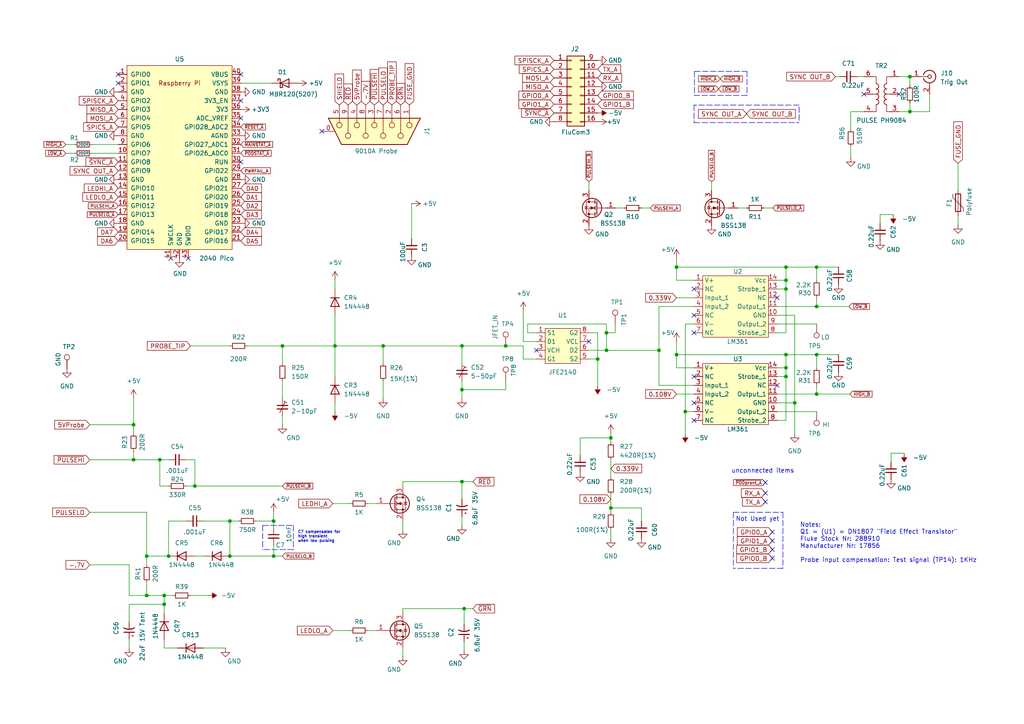
<source format=kicad_sch>
(kicad_sch (version 20211123) (generator eeschema)
  (paper "A4")
  (title_block (title "FluCom Probe Addon Board") (date "2022-05-28") (rev "Public 1.0") (company "Novintic") (comment 3 "mirko (NOVINTIC)"))
  (junction (at 227.965 83.82))
  (junction (at 133.985 113.03))
  (junction (at 133.985 139.7))
  (junction (at 38.735 133.35))
  (junction (at 47.625 175.26))
  (junction (at 196.215 77.47))
  (junction (at 263.906 32.385))
  (junction (at 173.355 104.14))
  (junction (at 227.965 81.28))
  (junction (at 111.125 100.33))
  (junction (at 175.895 101.6))
  (junction (at 227.965 109.22))
  (junction (at 227.965 77.47))
  (junction (at 230.505 116.84))
  (junction (at 146.685 100.33))
  (junction (at 79.375 151.13))
  (junction (at 47.625 172.72))
  (junction (at 236.855 88.9))
  (junction (at 236.855 77.47))
  (junction (at 42.545 172.72))
  (junction (at 175.895 96.52))
  (junction (at 198.755 119.38))
  (junction (at 97.155 100.33))
  (junction (at 81.915 100.33))
  (junction (at 191.135 101.6))
  (junction (at 133.985 100.33))
  (junction (at 236.855 102.87))
  (junction (at 227.965 106.68))
  (junction (at 46.355 133.35))
  (junction (at 48.895 161.29))
  (junction (at 177.165 147.32))
  (junction (at 177.165 127))
  (junction (at 134.62 176.53))
  (junction (at 227.965 102.87))
  (junction (at 196.215 102.87))
  (junction (at 236.855 114.3))
  (junction (at 263.906 22.225))
  (junction (at 56.515 140.97))
  (junction (at 66.675 161.29))
  (junction (at 42.545 161.29))
  (junction (at 79.375 161.29))
  (junction (at 38.735 123.19))
  (junction (at 66.675 151.13))
  (no_connect (at 224.028 161.925))
  (no_connect (at 224.028 159.385))
  (no_connect (at 224.028 154.305))
  (no_connect (at 224.028 156.845))
  (no_connect (at 201.295 91.44))
  (no_connect (at 201.295 116.84))
  (no_connect (at 221.996 145.542))
  (no_connect (at 221.996 143.002))
  (no_connect (at 201.295 121.92))
  (no_connect (at 221.996 139.954))
  (no_connect (at 170.815 99.06))
  (no_connect (at 155.575 101.6))
  (no_connect (at 93.345 38.1))
  (no_connect (at 201.295 109.22))
  (no_connect (at 201.295 83.82))
  (no_connect (at 225.425 86.36))
  (no_connect (at 69.85 21.59))
  (no_connect (at 69.85 34.29))
  (no_connect (at 69.85 29.21))
  (no_connect (at 69.85 46.99))
  (no_connect (at 49.53 74.93))
  (no_connect (at 54.61 74.93))
  (no_connect (at 201.295 96.52))
  (no_connect (at 225.425 111.76))
  (no_connect (at 34.29 21.59))
  (no_connect (at 34.29 24.13))
  (no_connect (at 260.731 27.305))
  (no_connect (at 250.571 27.305))
  (wire (pts (xy 236.855 86.36) (xy 236.855 88.9)))
  (wire (pts (xy 134.62 176.53) (xy 137.16 176.53)))
  (wire (pts (xy 81.915 110.49) (xy 81.915 115.57)))
  (wire (pts (xy 26.67 41.91) (xy 34.29 41.91)))
  (wire (pts (xy 225.425 83.82) (xy 227.965 83.82)))
  (wire (pts (xy 168.275 127) (xy 177.165 127)))
  (wire (pts (xy 236.855 77.47) (xy 236.855 81.28)))
  (wire (pts (xy 277.876 54.991) (xy 277.876 47.371)))
  (wire (pts (xy 42.545 161.29) (xy 42.545 163.83)))
  (wire (pts (xy 178.435 93.98) (xy 178.435 96.52)))
  (wire (pts (xy 177.165 125.73) (xy 177.165 127)))
  (polyline (pts (xy 216.662 20.701) (xy 216.662 27.686)))
  (wire (pts (xy 56.515 161.29) (xy 59.055 161.29)))
  (wire (pts (xy 153.035 93.98) (xy 153.035 96.52)))
  (wire (pts (xy 213.995 60.325) (xy 216.535 60.325)))
  (wire (pts (xy 96.52 146.05) (xy 101.6 146.05)))
  (wire (pts (xy 51.435 187.96) (xy 47.625 187.96)))
  (wire (pts (xy 133.985 139.7) (xy 137.16 139.7)))
  (wire (pts (xy 206.375 52.705) (xy 206.375 55.245)))
  (wire (pts (xy 255.27 62.23) (xy 259.08 62.23)))
  (wire (pts (xy 97.155 100.33) (xy 97.155 109.22)))
  (wire (pts (xy 47.625 172.72) (xy 47.625 175.26)))
  (wire (pts (xy 116.84 139.7) (xy 133.985 139.7)))
  (wire (pts (xy 227.965 109.22) (xy 225.425 109.22)))
  (wire (pts (xy 248.666 22.225) (xy 250.571 22.225)))
  (wire (pts (xy 168.275 127) (xy 168.275 132.08)))
  (wire (pts (xy 177.165 147.32) (xy 186.055 147.32)))
  (wire (pts (xy 42.545 168.91) (xy 42.545 172.72)))
  (wire (pts (xy 47.625 187.96) (xy 47.625 185.42)))
  (wire (pts (xy 236.855 102.87) (xy 236.855 106.68)))
  (wire (pts (xy 133.985 100.33) (xy 133.985 105.41)))
  (wire (pts (xy 47.625 172.72) (xy 50.165 172.72)))
  (wire (pts (xy 155.575 99.06) (xy 151.765 99.06)))
  (wire (pts (xy 133.985 113.03) (xy 133.985 115.57)))
  (wire (pts (xy 66.675 151.13) (xy 69.215 151.13)))
  (wire (pts (xy 175.895 93.98) (xy 175.895 96.52)))
  (wire (pts (xy 227.965 102.87) (xy 236.855 102.87)))
  (wire (pts (xy 116.84 176.53) (xy 134.62 176.53)))
  (polyline (pts (xy 201.422 20.701) (xy 201.422 27.686)))
  (wire (pts (xy 236.855 88.9) (xy 246.253 88.9)))
  (wire (pts (xy 97.155 116.84) (xy 97.155 119.38)))
  (polyline (pts (xy 227.076 164.846) (xy 212.725 164.846)))
  (wire (pts (xy 133.985 113.03) (xy 146.685 113.03)))
  (polyline (pts (xy 76.2 152.4) (xy 85.09 152.4)))
  (wire (pts (xy 66.675 100.33) (xy 55.245 100.33)))
  (wire (pts (xy 170.815 52.705) (xy 170.815 55.245)))
  (polyline (pts (xy 216.662 27.686) (xy 201.422 27.686)))
  (wire (pts (xy 230.505 91.44) (xy 230.505 116.84)))
  (wire (pts (xy 198.755 119.38) (xy 198.755 125.73)))
  (wire (pts (xy 170.815 101.6) (xy 175.895 101.6)))
  (wire (pts (xy 177.165 153.67) (xy 177.165 156.21)))
  (wire (pts (xy 79.375 151.13) (xy 79.375 148.59)))
  (wire (pts (xy 37.465 185.42) (xy 37.465 187.96)))
  (wire (pts (xy 196.215 114.3) (xy 201.295 114.3)))
  (wire (pts (xy 236.855 102.87) (xy 243.205 102.87)))
  (wire (pts (xy 26.67 44.45) (xy 34.29 44.45)))
  (wire (pts (xy 269.621 32.385) (xy 269.621 27.305)))
  (wire (pts (xy 221.615 60.325) (xy 224.155 60.325)))
  (polyline (pts (xy 76.2 152.4) (xy 76.2 159.385)))
  (wire (pts (xy 173.355 104.14) (xy 170.815 104.14)))
  (wire (pts (xy 133.985 100.33) (xy 146.685 100.33)))
  (wire (pts (xy 38.735 130.81) (xy 38.735 133.35)))
  (wire (pts (xy 246.761 32.385) (xy 246.761 37.465)))
  (wire (pts (xy 59.055 187.96) (xy 65.405 187.96)))
  (wire (pts (xy 48.895 140.97) (xy 46.355 140.97)))
  (wire (pts (xy 225.425 91.44) (xy 230.505 91.44)))
  (wire (pts (xy 42.545 148.59) (xy 42.545 161.29)))
  (wire (pts (xy 227.965 77.47) (xy 227.965 81.28)))
  (wire (pts (xy 79.375 161.29) (xy 81.915 161.29)))
  (wire (pts (xy 196.215 102.87) (xy 227.965 102.87)))
  (wire (pts (xy 151.765 100.33) (xy 151.765 104.14)))
  (wire (pts (xy 175.895 96.52) (xy 175.895 101.6)))
  (wire (pts (xy 260.731 22.225) (xy 263.906 22.225)))
  (wire (pts (xy 277.876 62.611) (xy 277.876 65.151)))
  (wire (pts (xy 201.295 88.9) (xy 191.135 88.9)))
  (wire (pts (xy 258.445 131.445) (xy 262.255 131.445)))
  (wire (pts (xy 151.765 104.14) (xy 155.575 104.14)))
  (wire (pts (xy 225.425 88.9) (xy 236.855 88.9)))
  (wire (pts (xy 19.05 41.91) (xy 21.59 41.91)))
  (wire (pts (xy 66.675 151.13) (xy 66.675 161.29)))
  (wire (pts (xy 111.125 100.33) (xy 111.125 105.41)))
  (wire (pts (xy 227.965 106.68) (xy 227.965 109.22)))
  (polyline (pts (xy 85.09 152.4) (xy 85.09 159.385)))
  (wire (pts (xy 191.135 101.6) (xy 191.135 111.76)))
  (wire (pts (xy 191.135 88.9) (xy 191.135 101.6)))
  (wire (pts (xy 116.84 176.53) (xy 116.84 177.8)))
  (wire (pts (xy 37.465 175.26) (xy 37.465 180.34)))
  (polyline (pts (xy 212.725 148.59) (xy 227.076 148.59)))
  (wire (pts (xy 19.05 44.45) (xy 21.59 44.45)))
  (wire (pts (xy 38.735 115.57) (xy 38.735 123.19)))
  (wire (pts (xy 79.375 151.13) (xy 79.375 153.035)))
  (wire (pts (xy 260.731 32.385) (xy 263.906 32.385)))
  (wire (pts (xy 198.755 119.38) (xy 201.295 119.38)))
  (wire (pts (xy 201.295 93.98) (xy 198.755 93.98)))
  (polyline (pts (xy 201.295 35.56) (xy 231.775 35.56)))
  (wire (pts (xy 227.965 109.22) (xy 227.965 121.92)))
  (wire (pts (xy 56.515 133.35) (xy 56.515 140.97)))
  (wire (pts (xy 81.915 100.33) (xy 81.915 105.41)))
  (wire (pts (xy 227.965 77.47) (xy 236.855 77.47)))
  (wire (pts (xy 133.985 110.49) (xy 133.985 113.03)))
  (wire (pts (xy 227.965 96.52) (xy 227.965 83.82)))
  (wire (pts (xy 153.035 96.52) (xy 155.575 96.52)))
  (wire (pts (xy 66.675 161.29) (xy 79.375 161.29)))
  (wire (pts (xy 134.62 186.055) (xy 134.62 188.595)))
  (wire (pts (xy 225.425 121.92) (xy 227.965 121.92)))
  (wire (pts (xy 173.355 104.14) (xy 173.355 111.76)))
  (wire (pts (xy 246.761 32.385) (xy 250.571 32.385)))
  (wire (pts (xy 177.165 147.32) (xy 177.165 148.59)))
  (wire (pts (xy 116.84 140.97) (xy 116.84 139.7)))
  (wire (pts (xy 151.765 90.17) (xy 151.765 99.06)))
  (wire (pts (xy 196.215 99.06) (xy 196.215 102.87)))
  (wire (pts (xy 26.035 133.35) (xy 38.735 133.35)))
  (wire (pts (xy 79.375 158.115) (xy 79.375 161.29)))
  (wire (pts (xy 134.62 176.53) (xy 134.62 180.975)))
  (wire (pts (xy 53.975 133.35) (xy 56.515 133.35)))
  (wire (pts (xy 186.055 60.325) (xy 188.595 60.325)))
  (wire (pts (xy 42.545 172.72) (xy 47.625 172.72)))
  (wire (pts (xy 258.445 133.985) (xy 258.445 131.445)))
  (wire (pts (xy 97.155 81.28) (xy 97.155 83.82)))
  (wire (pts (xy 53.975 151.13) (xy 48.895 151.13)))
  (wire (pts (xy 196.215 86.36) (xy 201.295 86.36)))
  (wire (pts (xy 170.815 96.52) (xy 173.355 96.52)))
  (wire (pts (xy 59.055 151.13) (xy 66.675 151.13)))
  (wire (pts (xy 47.625 175.26) (xy 37.465 175.26)))
  (wire (pts (xy 47.625 175.26) (xy 47.625 177.8)))
  (wire (pts (xy 81.915 100.33) (xy 97.155 100.33)))
  (wire (pts (xy 133.985 149.86) (xy 133.985 152.4)))
  (wire (pts (xy 178.435 60.325) (xy 180.975 60.325)))
  (wire (pts (xy 191.135 111.76) (xy 201.295 111.76)))
  (wire (pts (xy 196.215 106.68) (xy 201.295 106.68)))
  (polyline (pts (xy 85.09 159.385) (xy 76.2 159.385)))
  (wire (pts (xy 106.68 182.88) (xy 109.22 182.88)))
  (wire (pts (xy 173.355 96.52) (xy 173.355 104.14)))
  (wire (pts (xy 119.38 59.055) (xy 119.38 69.215)))
  (wire (pts (xy 225.425 119.38) (xy 236.855 119.38)))
  (wire (pts (xy 106.68 146.05) (xy 109.22 146.05)))
  (wire (pts (xy 111.125 100.33) (xy 133.985 100.33)))
  (wire (pts (xy 71.755 100.33) (xy 81.915 100.33)))
  (wire (pts (xy 177.165 127) (xy 177.165 128.27)))
  (wire (pts (xy 186.055 147.32) (xy 186.055 151.13)))
  (wire (pts (xy 227.965 83.82) (xy 227.965 81.28)))
  (wire (pts (xy 177.165 143.51) (xy 177.165 147.32)))
  (wire (pts (xy 196.215 74.93) (xy 196.215 77.47)))
  (wire (pts (xy 196.215 77.47) (xy 227.965 77.47)))
  (wire (pts (xy 225.425 116.84) (xy 230.505 116.84)))
  (polyline (pts (xy 227.076 148.59) (xy 227.076 164.846)))
  (wire (pts (xy 255.27 64.77) (xy 255.27 62.23)))
  (wire (pts (xy 225.425 114.3) (xy 236.855 114.3)))
  (wire (pts (xy 153.035 93.98) (xy 175.895 93.98)))
  (wire (pts (xy 196.215 77.47) (xy 196.215 81.28)))
  (wire (pts (xy 236.855 111.76) (xy 236.855 114.3)))
  (wire (pts (xy 133.985 139.7) (xy 133.985 144.78)))
  (wire (pts (xy 26.035 163.83) (xy 37.465 163.83)))
  (wire (pts (xy 263.906 32.385) (xy 269.621 32.385)))
  (polyline (pts (xy 212.725 148.59) (xy 212.725 164.846)))
  (wire (pts (xy 37.465 172.72) (xy 42.545 172.72)))
  (wire (pts (xy 227.965 106.68) (xy 225.425 106.68)))
  (wire (pts (xy 263.906 22.225) (xy 263.906 24.765)))
  (wire (pts (xy 111.125 110.49) (xy 111.125 115.57)))
  (wire (pts (xy 177.165 133.35) (xy 177.165 138.43)))
  (polyline (pts (xy 201.422 20.701) (xy 216.662 20.701)))
  (wire (pts (xy 227.965 102.87) (xy 227.965 106.68)))
  (wire (pts (xy 196.215 102.87) (xy 196.215 106.68)))
  (wire (pts (xy 116.84 187.96) (xy 116.84 190.373)))
  (wire (pts (xy 26.035 148.59) (xy 42.545 148.59)))
  (wire (pts (xy 26.035 123.19) (xy 38.735 123.19)))
  (wire (pts (xy 227.965 81.28) (xy 225.425 81.28)))
  (wire (pts (xy 56.515 140.97) (xy 81.915 140.97)))
  (wire (pts (xy 46.355 140.97) (xy 46.355 133.35)))
  (wire (pts (xy 38.735 123.19) (xy 38.735 125.73)))
  (polyline (pts (xy 231.775 30.48) (xy 201.295 30.48)))
  (wire (pts (xy 263.906 29.845) (xy 263.906 32.385)))
  (wire (pts (xy 191.135 101.6) (xy 175.895 101.6)))
  (wire (pts (xy 69.85 24.13) (xy 78.74 24.13)))
  (wire (pts (xy 48.895 151.13) (xy 48.895 161.29)))
  (wire (pts (xy 198.755 93.98) (xy 198.755 119.38)))
  (wire (pts (xy 225.425 93.98) (xy 236.855 93.98)))
  (wire (pts (xy 37.465 163.83) (xy 37.465 172.72)))
  (wire (pts (xy 175.895 96.52) (xy 178.435 96.52)))
  (wire (pts (xy 116.84 151.13) (xy 116.84 153.67)))
  (wire (pts (xy 81.915 120.65) (xy 81.915 123.19)))
  (wire (pts (xy 46.355 133.35) (xy 48.895 133.35)))
  (polyline (pts (xy 201.295 30.48) (xy 201.295 35.56)))
  (wire (pts (xy 225.425 96.52) (xy 227.965 96.52)))
  (wire (pts (xy 236.855 77.47) (xy 243.205 77.47)))
  (wire (pts (xy 38.735 133.35) (xy 46.355 133.35)))
  (wire (pts (xy 263.906 22.225) (xy 264.541 22.225)))
  (wire (pts (xy 246.761 42.545) (xy 246.761 45.72)))
  (wire (pts (xy 146.685 113.03) (xy 146.685 110.49)))
  (wire (pts (xy 236.855 114.3) (xy 246.507 114.3)))
  (wire (pts (xy 196.215 81.28) (xy 201.295 81.28)))
  (wire (pts (xy 146.685 100.33) (xy 151.765 100.33)))
  (wire (pts (xy 55.245 172.72) (xy 60.325 172.72)))
  (wire (pts (xy 97.155 100.33) (xy 111.125 100.33)))
  (wire (pts (xy 74.295 151.13) (xy 79.375 151.13)))
  (wire (pts (xy 96.52 182.88) (xy 101.6 182.88)))
  (wire (pts (xy 97.155 91.44) (xy 97.155 100.33)))
  (wire (pts (xy 230.505 116.84) (xy 230.505 125.73)))
  (polyline (pts (xy 231.775 34.925) (xy 231.775 30.48)))
  (wire (pts (xy 42.545 161.29) (xy 48.895 161.29)))
  (wire (pts (xy 242.316 22.225) (xy 243.586 22.225)))
  (wire (pts (xy 53.975 140.97) (xy 56.515 140.97)))
  (text "C7 compensates for \nhigh transient \nwhen low pulsing" (at 86.36 157.48 0) (effects (font (size 0.8 0.8)) (justify left bottom)))
  (text "unconnected items" (at 212.09 137.414 0) (effects (font (size 1.27 1.27)) (justify left bottom)))
  (text "Notes:\nQ1 = (U1) = DN1807 \"Field Effect Transistor\"\nFluke Stock Nr: 288910\nManufacturer Nr: 17856\n\nProbe input compensation: Test signal (TP14): 1KHz" (at 232.029 163.322 0) (effects (font (size 1.27 1.27)) (justify left bottom)))
  (text "Not Used yet" (at 213.36 151.384 0) (effects (font (size 1.27 1.27)) (justify left bottom)))
  (global_label "SHIELD" (shape input) (at 98.425 30.48 90) (property "Intersheet References" "${INTERSHEET_REFS}" (effects hide)))
  (global_label "~{GRN}" (shape input) (at 137.16 176.53 0) (property "Intersheet References" "${INTERSHEET_REFS}" (effects hide)))
  (global_label "DA4" (shape input) (at 69.85 67.31 0) (property "Intersheet References" "${INTERSHEET_REFS}" (effects hide)))
  (global_label "TX_A" (shape input) (at 221.996 145.542 180) (property "Intersheet References" "${INTERSHEET_REFS}" (effects hide)))
  (global_label "SYNC OUT_B" (shape input) (at 216.535 33.02 0) (property "Intersheet References" "${INTERSHEET_REFS}" (effects hide)))
  (global_label "PULSELO_B" (shape input) (at 206.375 52.705 90) (effects (font (size 0.889 0.889))) (property "Intersheet References" "${INTERSHEET_REFS}" (effects hide)))
  (global_label "~{PULSEHI}" (shape input) (at 26.035 133.35 180) (property "Intersheet References" "${INTERSHEET_REFS}" (effects hide)))
  (global_label "~{PULSEHI}" (shape input) (at 108.585 30.48 90) (property "Intersheet References" "${INTERSHEET_REFS}" (effects hide)))
  (global_label "~{RED}" (shape input) (at 137.16 139.7 0) (property "Intersheet References" "${INTERSHEET_REFS}" (effects hide)))
  (global_label "PWRFAIL_A" (shape input) (at 69.85 49.53 0) (effects (font (size 0.889 0.889))) (property "Intersheet References" "${INTERSHEET_REFS}" (effects hide)))
  (global_label "~{RED}" (shape input) (at 100.965 30.48 90) (property "Intersheet References" "${INTERSHEET_REFS}" (effects hide)))
  (global_label "0.108V" (shape input) (at 177.165 144.78 180) (property "Intersheet References" "${INTERSHEET_REFS}" (effects hide)))
  (global_label "PROBE_TIP" (shape input) (at 55.245 100.33 180) (property "Intersheet References" "${INTERSHEET_REFS}" (effects hide)))
  (global_label "~{RESET_A}" (shape input) (at 69.85 36.83 0) (effects (font (size 0.889 0.889))) (property "Intersheet References" "${INTERSHEET_REFS}" (effects hide)))
  (global_label "MOSI_A" (shape input) (at 160.655 22.606 180) (property "Intersheet References" "${INTERSHEET_REFS}" (effects hide)))
  (global_label "GPIO1_B" (shape input) (at 173.355 30.226 0) (property "Intersheet References" "${INTERSHEET_REFS}" (effects hide)))
  (global_label "5VProbe" (shape input) (at 26.035 123.19 180) (property "Intersheet References" "${INTERSHEET_REFS}" (effects hide)))
  (global_label "~{LOW_B}" (shape input) (at 246.253 88.9 0) (effects (font (size 0.889 0.889))) (property "Intersheet References" "${INTERSHEET_REFS}" (effects hide)))
  (global_label "~{HIGH_B}" (shape input) (at 208.915 22.86 0) (effects (font (size 0.889 0.889))) (property "Intersheet References" "${INTERSHEET_REFS}" (effects hide)))
  (global_label "~{SYNC_A}" (shape input) (at 34.29 46.99 180) (property "Intersheet References" "${INTERSHEET_REFS}" (effects hide)))
  (global_label "LEDHI_A" (shape input) (at 34.29 54.61 180) (property "Intersheet References" "${INTERSHEET_REFS}" (effects hide)))
  (global_label "GPIO0_A" (shape input) (at 160.655 27.686 180) (property "Intersheet References" "${INTERSHEET_REFS}" (effects hide)))
  (global_label "SPISCK_A" (shape input) (at 160.655 17.526 180) (property "Intersheet References" "${INTERSHEET_REFS}" (effects hide)))
  (global_label "GPIO0_B" (shape input) (at 224.028 161.925 180) (property "Intersheet References" "${INTERSHEET_REFS}" (effects hide)))
  (global_label "~{HIGH_B}" (shape input) (at 246.507 114.3 0) (effects (font (size 0.889 0.889))) (property "Intersheet References" "${INTERSHEET_REFS}" (effects hide)))
  (global_label "~{GRN}" (shape input) (at 116.205 30.48 90) (property "Intersheet References" "${INTERSHEET_REFS}" (effects hide)))
  (global_label "SPICS_A" (shape input) (at 34.29 36.83 180) (property "Intersheet References" "${INTERSHEET_REFS}" (effects hide)))
  (global_label "~{HIGH_A}" (shape input) (at 19.05 41.91 180) (effects (font (size 0.889 0.889))) (property "Intersheet References" "${INTERSHEET_REFS}" (effects hide)))
  (global_label "FUSE_GND" (shape input) (at 277.876 47.371 90) (property "Intersheet References" "${INTERSHEET_REFS}" (effects hide)))
  (global_label "~{PODprsnt_A}" (shape input) (at 221.996 139.954 180) (effects (font (size 0.889 0.889))) (property "Intersheet References" "${INTERSHEET_REFS}" (effects hide)))
  (global_label "LEDLO_A" (shape input) (at 96.52 182.88 180) (property "Intersheet References" "${INTERSHEET_REFS}" (effects hide)))
  (global_label "SYNC OUT_B" (shape input) (at 242.316 22.225 180) (property "Intersheet References" "${INTERSHEET_REFS}" (effects hide)))
  (global_label "MOSI_A" (shape input) (at 34.29 34.29 180) (property "Intersheet References" "${INTERSHEET_REFS}" (effects hide)))
  (global_label "LEDLO_A" (shape input) (at 34.29 57.15 180) (property "Intersheet References" "${INTERSHEET_REFS}" (effects hide)))
  (global_label "GPIO1_A" (shape input) (at 224.028 156.845 180) (property "Intersheet References" "${INTERSHEET_REFS}" (effects hide)))
  (global_label "RX_A" (shape input) (at 221.996 143.002 180) (property "Intersheet References" "${INTERSHEET_REFS}" (effects hide)))
  (global_label "DA1" (shape input) (at 69.85 57.15 0) (property "Intersheet References" "${INTERSHEET_REFS}" (effects hide)))
  (global_label "DA2" (shape input) (at 69.85 59.69 0) (property "Intersheet References" "${INTERSHEET_REFS}" (effects hide)))
  (global_label "~{PODSTAT_A}" (shape input) (at 69.85 44.45 0) (effects (font (size 0.889 0.889))) (property "Intersheet References" "${INTERSHEET_REFS}" (effects hide)))
  (global_label "~{LOW_A}" (shape input) (at 208.407 25.781 180) (effects (font (size 0.889 0.889))) (property "Intersheet References" "${INTERSHEET_REFS}" (effects hide)))
  (global_label "MISO_A" (shape input) (at 160.655 25.146 180) (property "Intersheet References" "${INTERSHEET_REFS}" (effects hide)))
  (global_label "GPIO1_A" (shape input) (at 160.655 30.226 180) (property "Intersheet References" "${INTERSHEET_REFS}" (effects hide)))
  (global_label "DA3" (shape input) (at 69.85 62.23 0) (property "Intersheet References" "${INTERSHEET_REFS}" (effects hide)))
  (global_label "PULSELO_B" (shape input) (at 81.915 161.29 0) (effects (font (size 0.889 0.889))) (property "Intersheet References" "${INTERSHEET_REFS}" (effects hide)))
  (global_label "GPIO1_B" (shape input) (at 224.028 159.385 180) (property "Intersheet References" "${INTERSHEET_REFS}" (effects hide)))
  (global_label "~{LOW_B}" (shape input) (at 208.407 25.781 0) (effects (font (size 0.889 0.889))) (property "Intersheet References" "${INTERSHEET_REFS}" (effects hide)))
  (global_label "~{PULSEHI_B}" (shape input) (at 170.815 52.705 90) (effects (font (size 0.889 0.889))) (property "Intersheet References" "${INTERSHEET_REFS}" (effects hide)))
  (global_label "TX_A" (shape input) (at 173.355 20.066 0) (property "Intersheet References" "${INTERSHEET_REFS}" (effects hide)))
  (global_label "PROBE_TIP" (shape input) (at 113.665 30.48 90) (property "Intersheet References" "${INTERSHEET_REFS}" (effects hide)))
  (global_label "-.7V" (shape input) (at 26.035 163.83 180) (property "Intersheet References" "${INTERSHEET_REFS}" (effects hide)))
  (global_label "PULSELO" (shape input) (at 26.035 148.59 180) (property "Intersheet References" "${INTERSHEET_REFS}" (effects hide)))
  (global_label "GPIO0_B" (shape input) (at 173.355 27.686 0) (property "Intersheet References" "${INTERSHEET_REFS}" (effects hide)))
  (global_label "DA5" (shape input) (at 69.85 69.85 0) (property "Intersheet References" "${INTERSHEET_REFS}" (effects hide)))
  (global_label "~{PULSELO_A}" (shape input) (at 34.29 62.23 180) (effects (font (size 0.889 0.889))) (property "Intersheet References" "${INTERSHEET_REFS}" (effects hide)))
  (global_label "FUSE_GND" (shape input) (at 118.745 30.48 90) (property "Intersheet References" "${INTERSHEET_REFS}" (effects hide)))
  (global_label "DA6" (shape input) (at 34.29 69.85 180) (property "Intersheet References" "${INTERSHEET_REFS}" (effects hide)))
  (global_label "0.339V" (shape input) (at 177.165 135.89 0) (property "Intersheet References" "${INTERSHEET_REFS}" (effects hide)))
  (global_label "0.339V" (shape input) (at 196.215 86.36 180) (property "Intersheet References" "${INTERSHEET_REFS}" (effects hide)))
  (global_label "SPICS_A" (shape input) (at 160.655 20.066 180) (property "Intersheet References" "${INTERSHEET_REFS}" (effects hide)))
  (global_label "0.108V" (shape input) (at 196.215 114.3 180) (property "Intersheet References" "${INTERSHEET_REFS}" (effects hide)))
  (global_label "PULSELO" (shape input) (at 111.125 30.48 90) (property "Intersheet References" "${INTERSHEET_REFS}" (effects hide)))
  (global_label "~{PULSELO_A}" (shape input) (at 224.155 60.325 0) (effects (font (size 0.889 0.889))) (property "Intersheet References" "${INTERSHEET_REFS}" (effects hide)))
  (global_label "GPIO0_A" (shape input) (at 224.028 154.305 180) (property "Intersheet References" "${INTERSHEET_REFS}" (effects hide)))
  (global_label "~{HIGH_A}" (shape input) (at 208.915 22.86 180) (effects (font (size 0.889 0.889))) (property "Intersheet References" "${INTERSHEET_REFS}" (effects hide)))
  (global_label "~{LOW_A}" (shape input) (at 19.05 44.45 180) (effects (font (size 0.889 0.889))) (property "Intersheet References" "${INTERSHEET_REFS}" (effects hide)))
  (global_label "DA0" (shape input) (at 69.85 54.61 0) (property "Intersheet References" "${INTERSHEET_REFS}" (effects hide)))
  (global_label "MISO_A" (shape input) (at 34.29 31.75 180) (property "Intersheet References" "${INTERSHEET_REFS}" (effects hide)))
  (global_label "SPISCK_A" (shape input) (at 34.29 29.21 180) (property "Intersheet References" "${INTERSHEET_REFS}" (effects hide)))
  (global_label "~{PULSEHI_B}" (shape input) (at 81.915 140.97 0) (effects (font (size 0.889 0.889))) (property "Intersheet References" "${INTERSHEET_REFS}" (effects hide)))
  (global_label "PULSEHI_A" (shape input) (at 34.29 59.69 180) (effects (font (size 0.889 0.889))) (property "Intersheet References" "${INTERSHEET_REFS}" (effects hide)))
  (global_label "PULSEHI_A" (shape input) (at 188.595 60.325 0) (effects (font (size 0.889 0.889))) (property "Intersheet References" "${INTERSHEET_REFS}" (effects hide)))
  (global_label "SYNC OUT_A" (shape input) (at 34.29 49.53 180) (property "Intersheet References" "${INTERSHEET_REFS}" (effects hide)))
  (global_label "-.7V" (shape input) (at 106.045 30.48 90) (property "Intersheet References" "${INTERSHEET_REFS}" (effects hide)))
  (global_label "~{SYNC_A}" (shape input) (at 160.655 32.766 180) (property "Intersheet References" "${INTERSHEET_REFS}" (effects hide)))
  (global_label "SYNC OUT_A" (shape input) (at 216.535 33.02 180) (property "Intersheet References" "${INTERSHEET_REFS}" (effects hide)))
  (global_label "DA7" (shape input) (at 34.29 67.31 180) (property "Intersheet References" "${INTERSHEET_REFS}" (effects hide)))
  (global_label "~{MAINSTAT_A}" (shape input) (at 69.85 41.91 0) (effects (font (size 0.889 0.889))) (property "Intersheet References" "${INTERSHEET_REFS}" (effects hide)))
  (global_label "RX_A" (shape input) (at 173.355 22.606 0) (property "Intersheet References" "${INTERSHEET_REFS}" (effects hide)))
  (global_label "LEDHI_A" (shape input) (at 96.52 146.05 180) (property "Intersheet References" "${INTERSHEET_REFS}" (effects hide)))
  (global_label "5VProbe" (shape input) (at 103.505 30.48 90) (property "Intersheet References" "${INTERSHEET_REFS}" (effects hide)))
  (symbol (lib_id "Diode:MBR0520") (at 82.55 24.13 0) (unit 1)
    (property "Reference" "D1" (at 81.915 20.955 0))
    (property "Value" "MBR120(520?)" (at 85.09 27.305 0))
    (property "Footprint" "Diode_SMD:Nexperia_CFP3_SOD-123W" (effects hide))
    (property "Datasheet" "http://www.mccsemi.com/up_pdf/MBR0520~MBR0580(SOD123).pdf" (effects hide))
  )
  (symbol (lib_id "power:GND") (at 133.985 152.4 0) (unit 1)
    (property "Reference" "#PWR0156" (effects hide))
    (property "Value" "GND" (at 131.445 156.21 0))
  )
  (symbol (lib_id "power:GND") (at 81.915 123.19 0) (unit 1)
    (property "Reference" "#PWR0131" (effects hide))
    (property "Value" "GND" (at 85.09 127 0))
  )
  (symbol (lib_id "power:-5V") (at 173.355 111.76 180) (unit 1)
    (property "Reference" "#PWR0103" (effects hide))
    (property "Value" "-5V" (at 175.895 113.0299 0) (effects (justify right)))
  )
  (symbol (lib_id "power:GND") (at 277.876 65.151 0) (unit 1)
    (property "Reference" "#PWR0109" (effects hide))
    (property "Value" "GND" (at 277.876 70.231 0))
  )
  (symbol (lib_id "Connector:TestPoint") (at 146.685 100.33 0) (unit 1)
    (property "Reference" "TP4" (at 145.415 93.98 0) (effects (justify left)))
    (property "Value" "JFET_IN" (at 143.637 98.552 90) (effects (justify left)))
    (property "Footprint" "Connector_PinHeader_2.54mm:PinHeader_1x01_P2.54mm_Vertical" (effects hide))
  )
  (symbol (lib_id "Device:R_Small") (at 51.435 140.97 90) (unit 1)
    (property "Reference" "R24" (at 51.435 139.065 90))
    (property "Value" "330R" (at 51.435 143.51 90))
    (property "Footprint" "Resistor_SMD:R_0805_2012Metric_Pad1.20x1.40mm_HandSolder" (effects hide))
  )
  (symbol (lib_name "LM361_1") (lib_id "FluCom Probe PCB:LM361") (at 213.995 114.3 0) (unit 1)
    (property "Reference" "U3" (at 213.995 104.14 0))
    (property "Value" "LM361" (at 213.995 124.46 0))
    (property "Footprint" "Package_SO:SOIC-14_3.9x8.7mm_P1.27mm" (effects hide))
  )
  (symbol (lib_id "power:GND") (at 246.761 45.72 0) (unit 1)
    (property "Reference" "#PWR0124" (effects hide))
    (property "Value" "GND" (at 250.571 48.26 0))
  )
  (symbol (lib_id "power:GND") (at 186.055 156.21 0) (unit 1)
    (property "Reference" "#PWR0114" (effects hide))
    (property "Value" "GND" (at 189.865 158.75 0))
  )
  (symbol (lib_id "Device:R_Small") (at 236.855 109.22 180) (unit 1)
    (property "Reference" "R31" (at 235.3564 110.3884 0) (effects (justify left)))
    (property "Value" "2.2K" (at 235.3564 108.077 0) (effects (justify left)))
    (property "Footprint" "Resistor_SMD:R_0805_2012Metric_Pad1.20x1.40mm_HandSolder" (effects hide))
  )
  (symbol (lib_id "power:GND") (at 69.85 39.37 90) (unit 1)
    (property "Reference" "#PWR0157" (effects hide))
    (property "Value" "GND" (at 73.025 39.3699 90) (effects (justify right)))
  )
  (symbol (lib_id "power:GND") (at 134.62 188.595 0) (unit 1)
    (property "Reference" "#PWR0139" (effects hide))
    (property "Value" "GND" (at 132.08 192.405 0))
  )
  (symbol (lib_id "Connector_Generic:Conn_02x08_Top_Bottom") (at 165.735 25.146 0) (unit 1)
    (property "Reference" "J2" (at 166.751 14.224 0))
    (property "Value" "FluCom3" (at 167.005 38.354 0))
    (property "Footprint" "Connector_PinHeader_2.54mm:PinHeader_2x08_P2.54mm_Vertical" (effects hide))
  )
  (symbol (lib_id "Device:R_Small") (at 52.705 172.72 270) (unit 1)
    (property "Reference" "R39" (at 52.705 170.18 90))
    (property "Value" "1K" (at 52.705 175.26 90))
    (property "Footprint" "Resistor_SMD:R_0805_2012Metric_Pad1.20x1.40mm_HandSolder" (effects hide))
  )
  (symbol (lib_id "Connector:TestPoint") (at 236.855 93.98 180) (unit 1)
    (property "Reference" "TP5" (at 238.125 100.33 0) (effects (justify left)))
    (property "Value" "LO" (at 240.665 97.79 0) (effects (justify left)))
    (property "Footprint" "Connector_PinHeader_2.54mm:PinHeader_1x01_P2.54mm_Vertical" (effects hide))
  )
  (symbol (lib_id "Device:R_Small") (at 104.14 146.05 270) (unit 1)
    (property "Reference" "R5" (at 104.14 143.51 90))
    (property "Value" "1K" (at 104.14 148.59 90))
    (property "Footprint" "Resistor_SMD:R_0805_2012Metric_Pad1.20x1.40mm_HandSolder" (effects hide))
  )
  (symbol (lib_id "Device:R_Small") (at 104.14 182.88 270) (unit 1)
    (property "Reference" "R6" (at 104.14 180.34 90))
    (property "Value" "1K" (at 104.14 185.42 90))
    (property "Footprint" "Resistor_SMD:R_0805_2012Metric_Pad1.20x1.40mm_HandSolder" (effects hide))
  )
  (symbol (lib_id "Device:R_Small") (at 71.755 151.13 90) (unit 1)
    (property "Reference" "R38" (at 71.755 148.59 90))
    (property "Value" "750R" (at 71.755 153.67 90))
    (property "Footprint" "Resistor_SMD:R_0805_2012Metric_Pad1.20x1.40mm_HandSolder" (effects hide))
  )
  (symbol (lib_id "FluCom Probe PCB:LM361") (at 213.995 88.9 0) (unit 1)
    (property "Reference" "U2" (at 213.995 78.74 0))
    (property "Value" "LM361" (at 213.995 99.06 0))
    (property "Footprint" "Package_SO:SOIC-14_3.9x8.7mm_P1.27mm" (effects hide))
  )
  (symbol (lib_id "Connector:Conn_Coaxial") (at 269.621 22.225 0) (unit 1)
    (property "Reference" "J10" (at 272.796 21.2481 0) (effects (justify left)))
    (property "Value" "Trig Out" (at 272.796 23.7881 0) (effects (justify left)))
    (property "Footprint" "Connector_Coaxial:BNC_TEConnectivity_1478035_Horizontal" (effects hide))
    (property "Datasheet" " ~" (effects hide))
  )
  (symbol (lib_id "Device:C_Small") (at 119.38 71.755 180) (unit 1)
    (property "Reference" "C3" (at 123.19 71.755 90))
    (property "Value" "100uF" (at 116.84 73.025 90))
    (property "Footprint" "Capacitor_THT:CP_Radial_D5.0mm_P2.50mm" (effects hide))
  )
  (symbol (lib_id "Connector:TestPoint") (at 19.431 106.934 0) (unit 1)
    (property "Reference" "TP2" (at 18.161 100.584 0) (effects (justify left)))
    (property "Value" "GND" (at 16.891 106.299 90) (effects (justify left)))
    (property "Footprint" "Connector_PinHeader_2.54mm:PinHeader_1x01_P2.54mm_Vertical" (effects hide))
  )
  (symbol (lib_id "Device:C_Polarized_Small_US") (at 133.985 147.32 180) (unit 1)
    (property "Reference" "C1" (at 130.175 148.59 90) (effects (justify right)))
    (property "Value" "6.8uF 35V" (at 137.795 152.4 90) (effects (justify right)))
    (property "Footprint" "Capacitor_SMD:C_0805_2012Metric_Pad1.18x1.45mm_HandSolder" (effects hide))
  )
  (symbol (lib_id "Device:R_Small") (at 177.165 130.81 180) (unit 1)
    (property "Reference" "R27" (at 179.705 129.5399 0) (effects (justify right)))
    (property "Value" "4420R(1%)" (at 179.705 132.0799 0) (effects (justify right)))
    (property "Footprint" "Resistor_SMD:R_0805_2012Metric_Pad1.20x1.40mm_HandSolder" (effects hide))
  )
  (symbol (lib_id "power:GND") (at 230.505 125.73 0) (unit 1)
    (property "Reference" "#PWR0163" (effects hide))
    (property "Value" "GND" (at 230.505 130.81 0))
  )
  (symbol (lib_id "FluCom Probe PCB:JFE2140") (at 163.195 100.33 0) (unit 1)
    (property "Reference" "U1" (at 163.195 91.44 0))
    (property "Value" "JFE2140" (at 163.195 107.95 0))
    (property "Footprint" "Package_SO:SOIC-8_3.9x4.9mm_P1.27mm" (effects hide))
  )
  (symbol (lib_id "power:GND") (at 116.84 190.373 0) (unit 1)
    (property "Reference" "#PWR0154" (effects hide))
    (property "Value" "GND" (at 114.3 194.183 0))
  )
  (symbol (lib_id "Device:C_Small") (at 258.445 136.525 180) (unit 1)
    (property "Reference" "C61" (at 262.255 136.525 90))
    (property "Value" "0.22uF" (at 255.905 137.795 90))
    (property "Footprint" "Capacitor_SMD:C_0805_2012Metric_Pad1.18x1.45mm_HandSolder" (effects hide))
  )
  (symbol (lib_id "Diode:1N4448") (at 47.625 181.61 270) (unit 1)
    (property "Reference" "CR7" (at 51.435 181.61 0))
    (property "Value" "1N4448" (at 45.085 181.61 0))
    (property "Footprint" "Diode_SMD:Nexperia_CFP3_SOD-123W" (effects hide))
    (property "Datasheet" "https://assets.nexperia.com/documents/data-sheet/1N4148_1N4448.pdf" (effects hide))
  )
  (symbol (lib_id "power:GND") (at 69.85 64.77 90) (unit 1)
    (property "Reference" "#PWR0145" (effects hide))
    (property "Value" "GND" (at 73.025 64.7699 90) (effects (justify right)))
  )
  (symbol (lib_id "Connector:TestPoint") (at 178.435 93.98 0) (unit 1)
    (property "Reference" "TP1" (at 177.165 87.63 0) (effects (justify left)))
    (property "Value" "TP1" (at 180.975 94.488 90) (effects (justify left)))
    (property "Footprint" "Connector_PinHeader_2.54mm:PinHeader_1x01_P2.54mm_Vertical" (effects hide))
  )
  (symbol (lib_id "Device:C_Small") (at 168.275 134.62 180) (unit 1)
    (property "Reference" "C53" (at 172.085 134.62 90))
    (property "Value" "0.22uF" (at 165.227 134.62 90))
    (property "Footprint" "Capacitor_SMD:C_0805_2012Metric_Pad1.18x1.45mm_HandSolder" (effects hide))
  )
  (symbol (lib_id "Device:R_Small") (at 183.515 60.325 270) (unit 1)
    (property "Reference" "R10" (at 185.42 62.865 90) (effects (justify right)))
    (property "Value" "1K" (at 184.785 57.785 90) (effects (justify right)))
    (property "Footprint" "Resistor_SMD:R_0805_2012Metric_Pad1.20x1.40mm_HandSolder" (effects hide))
  )
  (symbol (lib_id "power:+5V") (at 119.38 59.055 270) (unit 1)
    (property "Reference" "#PWR0121" (effects hide))
    (property "Value" "+5V" (at 122.555 59.0549 90) (effects (justify left)))
  )
  (symbol (lib_id "Device:C_Small") (at 255.27 67.31 180) (unit 1)
    (property "Reference" "C62" (at 259.08 67.31 90))
    (property "Value" "0.22uF" (at 252.73 68.58 90))
    (property "Footprint" "Capacitor_SMD:C_0805_2012Metric_Pad1.18x1.45mm_HandSolder" (effects hide))
  )
  (symbol (lib_id "Device:R_Small") (at 177.165 151.13 180) (unit 1)
    (property "Reference" "R29" (at 171.831 149.86 0) (effects (justify right)))
    (property "Value" "100R(1%)" (at 167.005 153.67 0) (effects (justify right)))
    (property "Footprint" "Resistor_SMD:R_0805_2012Metric_Pad1.20x1.40mm_HandSolder" (effects hide))
  )
  (symbol (lib_id "power:GND") (at 65.405 187.96 0) (unit 1)
    (property "Reference" "#PWR0133" (effects hide))
    (property "Value" "GND" (at 67.945 191.77 0))
  )
  (symbol (lib_id "power:GND") (at 34.29 52.07 270) (unit 1)
    (property "Reference" "#PWR0151" (effects hide))
    (property "Value" "GND" (at 27.305 52.07 90) (effects (justify left)))
  )
  (symbol (lib_id "Device:R_Small") (at 246.761 40.005 180) (unit 1)
    (property "Reference" "R56" (at 244.221 40.64 90) (effects (justify right)))
    (property "Value" "510R" (at 249.301 41.91 90) (effects (justify right)))
    (property "Footprint" "Resistor_SMD:R_0805_2012Metric_Pad1.20x1.40mm_HandSolder" (effects hide))
  )
  (symbol (lib_id "power:GND") (at 69.85 26.67 90) (unit 1)
    (property "Reference" "#PWR0142" (effects hide))
    (property "Value" "GND" (at 73.025 26.6699 90) (effects (justify right)))
  )
  (symbol (lib_id "Device:R_Small") (at 111.125 107.95 180) (unit 1)
    (property "Reference" "R26" (at 113.03 106.68 0) (effects (justify right)))
    (property "Value" "15K(1%)" (at 113.03 109.855 0) (effects (justify right)))
    (property "Footprint" "Resistor_SMD:R_0805_2012Metric_Pad1.20x1.40mm_HandSolder" (effects hide))
  )
  (symbol (lib_id "power:-5V") (at 259.08 62.23 180) (unit 1)
    (property "Reference" "#PWR0162" (effects hide))
    (property "Value" "-5V" (at 261.62 63.4999 0) (effects (justify right)))
  )
  (symbol (lib_id "Device:R_Small") (at 263.906 27.305 180) (unit 1)
    (property "Reference" "R52" (at 262.128 29.21 90) (effects (justify right)))
    (property "Value" "100R" (at 265.811 29.845 90) (effects (justify right)))
    (property "Footprint" "Resistor_SMD:R_0805_2012Metric_Pad1.20x1.40mm_HandSolder" (effects hide))
  )
  (symbol (lib_id "Device:R_Small") (at 177.165 140.97 180) (unit 1)
    (property "Reference" "R28" (at 179.705 139.6999 0) (effects (justify right)))
    (property "Value" "200R(1%)" (at 179.705 142.2399 0) (effects (justify right)))
    (property "Footprint" "Resistor_SMD:R_0805_2012Metric_Pad1.20x1.40mm_HandSolder" (effects hide))
  )
  (symbol (lib_id "power:GND") (at 34.29 26.67 270) (unit 1)
    (property "Reference" "#PWR0152" (effects hide))
    (property "Value" "GND" (at 27.305 26.67 90) (effects (justify left)))
  )
  (symbol (lib_id "Diode:1N4448") (at 55.245 187.96 0) (unit 1)
    (property "Reference" "CR13" (at 55.245 184.15 0))
    (property "Value" "1N4448" (at 55.245 190.5 0))
    (property "Footprint" "Diode_SMD:Nexperia_CFP3_SOD-123W" (effects hide))
    (property "Datasheet" "https://assets.nexperia.com/documents/data-sheet/1N4148_1N4448.pdf" (effects hide))
  )
  (symbol (lib_id "power:GND") (at 160.655 35.306 270) (unit 1)
    (property "Reference" "#PWR0147" (effects hide))
    (property "Value" "GND" (at 155.575 35.306 90))
  )
  (symbol (lib_id "Transistor_FET:BSS138") (at 208.915 60.325 0) (mirror y) (unit 1)
    (property "Reference" "Q1" (at 212.979 62.865 0) (effects (justify left)))
    (property "Value" "BSS138" (at 216.535 65.405 0) (effects (justify left)))
    (property "Footprint" "Package_TO_SOT_SMD:SOT-23" (effects hide))
    (property "Datasheet" "https://www.onsemi.com/pub/Collateral/BSS138-D.PDF" (effects hide))
  )
  (symbol (lib_id "power:GND") (at 255.27 69.85 0) (unit 1)
    (property "Reference" "#PWR0161" (effects hide))
    (property "Value" "GND" (at 259.08 72.39 0))
  )
  (symbol (lib_id "Device:C_Small") (at 243.205 80.01 180) (unit 1)
    (property "Reference" "C58" (at 246.38 80.01 90))
    (property "Value" "0.22uF" (at 240.665 81.28 90))
    (property "Footprint" "Capacitor_SMD:C_0805_2012Metric_Pad1.18x1.45mm_HandSolder" (effects hide))
  )
  (symbol (lib_id "power:GND") (at 258.445 139.065 0) (unit 1)
    (property "Reference" "#PWR0110" (effects hide))
    (property "Value" "GND" (at 262.255 141.605 0))
  )
  (symbol (lib_id "Device:C_Small") (at 246.126 22.225 270) (unit 1)
    (property "Reference" "C71" (at 246.126 18.415 90))
    (property "Value" "0.22uF" (at 247.396 24.765 90))
    (property "Footprint" "Capacitor_SMD:C_0805_2012Metric_Pad1.18x1.45mm_HandSolder" (effects hide))
  )
  (symbol (lib_id "Device:C_Polarized_Small_US") (at 134.62 183.515 180) (unit 1)
    (property "Reference" "C2" (at 130.81 184.785 90) (effects (justify right)))
    (property "Value" "6.8uF 35V" (at 138.43 189.23 90) (effects (justify right)))
    (property "Footprint" "Capacitor_SMD:C_0805_2012Metric_Pad1.18x1.45mm_HandSolder" (effects hide))
  )
  (symbol (lib_id "power:GND") (at 37.465 187.96 0) (unit 1)
    (property "Reference" "#PWR0134" (effects hide))
    (property "Value" "GND" (at 34.925 191.77 0))
  )
  (symbol (lib_id "power:+5V") (at 97.155 81.28 0) (unit 1)
    (property "Reference" "#PWR0141" (effects hide))
    (property "Value" "+5V" (at 97.155 76.2 0))
  )
  (symbol (lib_id "Device:C_Small") (at 51.435 133.35 270) (unit 1)
    (property "Reference" "C54" (at 51.435 129.54 90))
    (property "Value" ".001uF" (at 51.435 136.525 90))
    (property "Footprint" "Capacitor_SMD:C_0805_2012Metric_Pad1.18x1.45mm_HandSolder" (effects hide))
  )
  (symbol (lib_id "Diode:1N4448") (at 97.155 87.63 270) (unit 1)
    (property "Reference" "CR4" (at 99.695 86.3599 90) (effects (justify left)))
    (property "Value" "1N4448" (at 99.695 88.8999 90) (effects (justify left)))
    (property "Footprint" "Diode_SMD:Nexperia_CFP3_SOD-123W" (effects hide))
    (property "Datasheet" "https://assets.nexperia.com/documents/data-sheet/1N4148_1N4448.pdf" (effects hide))
  )
  (symbol (lib_id "power:-5V") (at 60.325 172.72 270) (unit 1)
    (property "Reference" "#PWR0135" (effects hide))
    (property "Value" "-5V" (at 64.135 172.7199 90) (effects (justify left)))
  )
  (symbol (lib_id "power:GND") (at 19.431 106.934 0) (unit 1)
    (property "Reference" "#PWR0158" (effects hide))
    (property "Value" "GND" (at 19.431 112.014 0))
  )
  (symbol (lib_id "Diode:1N4448") (at 62.865 161.29 0) (unit 1)
    (property "Reference" "CR6" (at 62.865 157.48 0))
    (property "Value" "1N4448" (at 64.135 163.83 0))
    (property "Footprint" "Diode_SMD:Nexperia_CFP3_SOD-123W" (effects hide))
    (property "Datasheet" "https://assets.nexperia.com/documents/data-sheet/1N4148_1N4448.pdf" (effects hide))
  )
  (symbol (lib_id "Device:R_Small") (at 236.855 83.82 180) (unit 1)
    (property "Reference" "R30" (at 235.3564 84.9884 0) (effects (justify left)))
    (property "Value" "2.2K" (at 235.3564 82.677 0) (effects (justify left)))
    (property "Footprint" "Resistor_SMD:R_0805_2012Metric_Pad1.20x1.40mm_HandSolder" (effects hide))
  )
  (symbol (lib_id "Device:C_Small") (at 56.515 151.13 270) (unit 1)
    (property "Reference" "C55" (at 56.515 147.32 90))
    (property "Value" ".001uF" (at 56.515 154.305 90))
    (property "Footprint" "Capacitor_SMD:C_0805_2012Metric_Pad1.18x1.45mm_HandSolder" (effects hide))
  )
  (symbol (lib_id "power:GND") (at 168.275 137.16 0) (unit 1)
    (property "Reference" "#PWR0105" (effects hide))
    (property "Value" "GND" (at 172.085 139.7 0))
  )
  (symbol (lib_id "Device:C_Small") (at 243.205 105.41 180) (unit 1)
    (property "Reference" "C59" (at 246.38 105.41 90))
    (property "Value" "0.22uF" (at 240.665 106.68 90))
    (property "Footprint" "Capacitor_SMD:C_0805_2012Metric_Pad1.18x1.45mm_HandSolder" (effects hide))
  )
  (symbol (lib_id "Device:C_Polarized_Small_US") (at 37.465 182.88 180) (unit 1)
    (property "Reference" "C56" (at 33.655 184.15 90) (effects (justify right)))
    (property "Value" "22uF 15V Tant" (at 41.275 191.77 90) (effects (justify right)))
    (property "Footprint" "Capacitor_SMD:C_0805_2012Metric_Pad1.18x1.45mm_HandSolder" (effects hide))
  )
  (symbol (lib_id "power:+5V") (at 173.355 35.306 270) (unit 1)
    (property "Reference" "#PWR0119" (effects hide))
    (property "Value" "+5V" (at 175.895 35.306 90) (effects (justify left)))
  )
  (symbol (lib_id "power:GND") (at 52.07 74.93 0) (unit 1)
    (property "Reference" "#PWR0159" (effects hide))
    (property "Value" "GND" (at 50.165 79.375 0) (effects (justify left)))
  )
  (symbol (lib_id "Diode:1N4448") (at 97.155 113.03 270) (unit 1)
    (property "Reference" "CR3" (at 99.695 111.7599 90) (effects (justify left)))
    (property "Value" "1N4448" (at 99.695 114.2999 90) (effects (justify left)))
    (property "Footprint" "Diode_SMD:Nexperia_CFP3_SOD-123W" (effects hide))
    (property "Datasheet" "https://assets.nexperia.com/documents/data-sheet/1N4148_1N4448.pdf" (effects hide))
  )
  (symbol (lib_id "power:GND") (at 133.985 115.57 0) (unit 1)
    (property "Reference" "#PWR0137" (effects hide))
    (property "Value" "GND" (at 133.985 120.65 0))
  )
  (symbol (lib_id "power:-5V") (at 198.755 125.73 180) (unit 1)
    (property "Reference" "#PWR0115" (effects hide))
    (property "Value" "-5V" (at 201.295 126.9999 0) (effects (justify right)))
  )
  (symbol (lib_id "power:GND") (at 119.38 74.295 0) (unit 1)
    (property "Reference" "#PWR02" (effects hide))
    (property "Value" "GND" (at 123.19 76.835 0))
  )
  (symbol (lib_id "Device:C_Small") (at 186.055 153.67 180) (unit 1)
    (property "Reference" "C60" (at 189.865 153.67 90))
    (property "Value" "0.22uF" (at 183.007 153.67 90))
    (property "Footprint" "Capacitor_SMD:C_0805_2012Metric_Pad1.18x1.45mm_HandSolder" (effects hide))
  )
  (symbol (lib_id "power:GND") (at 173.355 25.146 90) (unit 1)
    (property "Reference" "#PWR0149" (effects hide))
    (property "Value" "GND" (at 178.435 25.146 90))
  )
  (symbol (lib_id "Device:C_Trim_Small") (at 81.915 118.11 0) (unit 1)
    (property "Reference" "C51" (at 84.455 116.7129 0) (effects (justify left)))
    (property "Value" "2-10pF" (at 84.455 119.2529 0) (effects (justify left)))
    (property "Footprint" "Capacitor_SMD:C_1210_3225Metric" (effects hide))
  )
  (symbol (lib_id "Transistor_FET:BSS138") (at 173.355 60.325 0) (mirror y) (unit 1)
    (property "Reference" "Q2" (at 176.53 62.23 0))
    (property "Value" "BSS138" (at 177.8 64.77 0))
    (property "Footprint" "Package_TO_SOT_SMD:SOT-23" (effects hide))
    (property "Datasheet" "https://www.fairchildsemi.com/datasheets/BS/BSS138.pdf" (effects hide))
  )
  (symbol (lib_id "power:GND") (at 173.355 17.526 90) (unit 1)
    (property "Reference" "#PWR0148" (effects hide))
    (property "Value" "GND" (at 178.435 17.526 90))
  )
  (symbol (lib_id "MCU_RaspberryPi_and_Boards:Pico") (at 52.07 45.72 0) (unit 1)
    (property "Reference" "U5" (at 52.07 17.145 0))
    (property "Value" "2040 Pico" (at 62.865 74.93 0))
    (property "Footprint" "MCU_RaspberryPi_and_Boards:RPi_Pico_SMD_TH" (effects hide))
  )
  (symbol (lib_id "Transistor_FET:BSS138") (at 114.3 146.05 0) (unit 1)
    (property "Reference" "Q4" (at 120.65 144.7799 0) (effects (justify left)))
    (property "Value" "BSS138" (at 120.65 147.3199 0) (effects (justify left)))
    (property "Footprint" "Package_TO_SOT_SMD:SOT-23" (effects hide))
    (property "Datasheet" "https://www.onsemi.com/pub/Collateral/BSS138-D.PDF" (effects hide))
  )
  (symbol (lib_id "power:+5V") (at 177.165 125.73 0) (unit 1)
    (property "Reference" "#PWR0118" (effects hide))
    (property "Value" "+5V" (at 177.165 120.65 0))
  )
  (symbol (lib_id "Device:R_Small") (at 81.915 107.95 180) (unit 1)
    (property "Reference" "R25" (at 84.455 106.6799 0) (effects (justify right)))
    (property "Value" "150R" (at 84.455 109.2199 0) (effects (justify right)))
    (property "Footprint" "Resistor_SMD:R_0805_2012Metric_Pad1.20x1.40mm_HandSolder" (effects hide))
  )
  (symbol (lib_id "power:GND") (at 69.85 52.07 90) (unit 1)
    (property "Reference" "#PWR0146" (effects hide))
    (property "Value" "GND" (at 73.025 52.0699 90) (effects (justify right)))
  )
  (symbol (lib_id "power:GND") (at 170.815 65.405 0) (unit 1)
    (property "Reference" "#PWR01" (effects hide))
    (property "Value" "GND" (at 174.625 67.945 0))
  )
  (symbol (lib_id "power:-5V") (at 262.255 131.445 180) (unit 1)
    (property "Reference" "#PWR0111" (effects hide))
    (property "Value" "-5V" (at 264.795 132.7149 0) (effects (justify right)))
  )
  (symbol (lib_id "Device:C_Trim_Small") (at 133.985 107.95 0) (unit 1)
    (property "Reference" "C52" (at 136.525 106.5529 0) (effects (justify left)))
    (property "Value" "5-50pF" (at 136.525 109.0929 0) (effects (justify left)))
    (property "Footprint" "Capacitor_SMD:C_1210_3225Metric" (effects hide))
  )
  (symbol (lib_id "power:GND") (at 177.165 156.21 0) (unit 1)
    (property "Reference" "#PWR0104" (effects hide))
    (property "Value" "GND" (at 177.165 161.29 0))
  )
  (symbol (lib_id "Device:R_Small") (at 24.13 41.91 90) (unit 1)
    (property "Reference" "R1" (at 21.59 40.005 90))
    (property "Value" "200R" (at 24.13 41.91 90) (effects (font (size 0.8 0.8))))
    (property "Footprint" "Resistor_SMD:R_0805_2012Metric_Pad1.20x1.40mm_HandSolder" (effects hide))
  )
  (symbol (lib_id "power:GND") (at 206.375 65.405 0) (unit 1)
    (property "Reference" "#PWR0123" (effects hide))
    (property "Value" "GND" (at 210.185 67.945 0))
  )
  (symbol (lib_id "power:GND") (at 243.205 107.95 0) (unit 1)
    (property "Reference" "#PWR0160" (effects hide))
    (property "Value" "GND" (at 243.205 111.76 0))
  )
  (symbol (lib_id "Transistor_FET:BSS138") (at 114.3 182.88 0) (unit 1)
    (property "Reference" "Q5" (at 120.015 181.6099 0) (effects (justify left)))
    (property "Value" "BSS138" (at 120.015 184.1499 0) (effects (justify left)))
    (property "Footprint" "Package_TO_SOT_SMD:SOT-23" (effects hide))
    (property "Datasheet" "https://www.onsemi.com/pub/Collateral/BSS138-D.PDF" (effects hide))
  )
  (symbol (lib_id "power:+5V") (at 196.215 99.06 0) (unit 1)
    (property "Reference" "#PWR0113" (effects hide))
    (property "Value" "+5V" (at 193.675 96.52 0))
  )
  (symbol (lib_id "power:+3.3V") (at 69.85 31.75 270) (unit 1)
    (property "Reference" "#PWR0144" (effects hide))
    (property "Value" "+3.3V" (at 75.565 31.75 90))
  )
  (symbol (lib_id "Transformer:ADTT1-6") (at 255.651 27.305 180) (unit 1)
    (property "Reference" "TR2" (at 255.651 19.05 0))
    (property "Value" "PULSE PH9084" (at 255.651 34.925 0))
    (property "Footprint" "Transformer_SMD:Pulse_P0926NL" (effects hide))
    (property "Datasheet" "https://www.minicircuits.com/pdfs/ADTT1-6+.pdf" (effects hide))
  )
  (symbol (lib_id "power:GND") (at 34.29 39.37 270) (unit 1)
    (property "Reference" "#PWR0150" (effects hide))
    (property "Value" "GND" (at 27.305 39.37 90) (effects (justify left)))
  )
  (symbol (lib_id "Device:R_Small") (at 24.13 44.45 90) (unit 1)
    (property "Reference" "R2" (at 21.59 46.355 90))
    (property "Value" "200R" (at 24.13 44.45 90) (effects (font (size 0.8 0.8))))
    (property "Footprint" "Resistor_SMD:R_0805_2012Metric_Pad1.20x1.40mm_HandSolder" (effects hide))
  )
  (symbol (lib_id "Connector:TestPoint") (at 146.685 110.49 0) (unit 1)
    (property "Reference" "TP8" (at 145.415 104.14 0) (effects (justify left)))
    (property "Value" "TP8" (at 148.971 109.22 90) (effects (justify left)))
    (property "Footprint" "Connector_PinHeader_2.54mm:PinHeader_1x01_P2.54mm_Vertical" (effects hide))
  )
  (symbol (lib_id "power:+5V") (at 151.765 90.17 0) (unit 1)
    (property "Reference" "#PWR0102" (effects hide))
    (property "Value" "+5V" (at 151.765 85.09 0))
  )
  (symbol (lib_id "power:-5V") (at 97.155 119.38 180) (unit 1)
    (property "Reference" "#PWR0140" (effects hide))
    (property "Value" "-5V" (at 99.695 120.6499 0) (effects (justify right)))
  )
  (symbol (lib_id "Connector:TestPoint") (at 236.855 119.38 180) (unit 1)
    (property "Reference" "TP6" (at 238.125 125.73 0) (effects (justify left)))
    (property "Value" "HI" (at 240.665 123.19 0) (effects (justify left)))
    (property "Footprint" "Connector_PinHeader_2.54mm:PinHeader_1x01_P2.54mm_Vertical" (effects hide))
  )
  (symbol (lib_id "Device:Polyfuse") (at 277.876 58.801 0) (unit 1)
    (property "Reference" "F1" (at 275.336 60.071 90) (effects (justify left)))
    (property "Value" "Polyfuse" (at 281.051 62.611 90) (effects (justify left)))
    (property "Footprint" "Capacitor_SMD:C_1206_3216Metric_Pad1.33x1.80mm_HandSolder" (effects hide))
  )
  (symbol (lib_id "power:+5V") (at 86.36 24.13 270) (unit 1)
    (property "Reference" "#PWR0143" (effects hide))
    (property "Value" "+5V" (at 89.535 24.1299 90) (effects (justify left)))
  )
  (symbol (lib_id "power:+5V") (at 196.215 74.93 0) (unit 1)
    (property "Reference" "#PWR0117" (effects hide))
    (property "Value" "+5V" (at 193.675 72.39 0))
  )
  (symbol (lib_id "power:+5V") (at 38.735 115.57 0) (unit 1)
    (property "Reference" "#PWR0130" (effects hide))
    (property "Value" "+5V" (at 38.735 110.49 0))
  )
  (symbol (lib_id "power:GND") (at 243.205 82.55 0) (unit 1)
    (property "Reference" "#PWR0106" (effects hide))
    (property "Value" "GND" (at 243.205 86.36 0))
  )
  (symbol (lib_id "Connector:DB9_Female_MountingHoles") (at 108.585 38.1 270) (unit 1)
    (property "Reference" "J1" (at 123.825 36.83 0) (effects (justify left)))
    (property "Value" "9010A Probe" (at 102.87 43.815 90) (effects (justify left)))
    (property "Footprint" "Connector_Dsub:DSUB-9_Female_Horizontal_P2.77x2.84mm_EdgePinOffset4.94mm_Housed_MountingHolesOffset7.48mm" (effects hide))
    (property "Datasheet" " ~" (effects hide))
  )
  (symbol (lib_id "power:+5V") (at 79.375 148.59 0) (unit 1)
    (property "Reference" "#PWR0132" (effects hide))
    (property "Value" "+5V" (at 81.915 144.78 0))
  )
  (symbol (lib_id "Device:R_Small") (at 38.735 128.27 0) (unit 1)
    (property "Reference" "R23" (at 36.195 128.27 90))
    (property "Value" "200R" (at 41.275 128.27 90))
    (property "Footprint" "Resistor_SMD:R_0805_2012Metric_Pad1.20x1.40mm_HandSolder" (effects hide))
  )
  (symbol (lib_id "power:GND") (at 34.29 64.77 270) (unit 1)
    (property "Reference" "#PWR0153" (effects hide))
    (property "Value" "GND" (at 27.305 64.77 90) (effects (justify left)))
  )
  (symbol (lib_id "Device:R_Small") (at 219.075 60.325 270) (unit 1)
    (property "Reference" "R11" (at 220.98 62.865 90) (effects (justify right)))
    (property "Value" "1K" (at 220.345 57.785 90) (effects (justify right)))
    (property "Footprint" "Resistor_SMD:R_0805_2012Metric_Pad1.20x1.40mm_HandSolder" (effects hide))
  )
  (symbol (lib_id "Device:R_Small") (at 69.215 100.33 90) (unit 1)
    (property "Reference" "R22" (at 69.215 97.79 90))
    (property "Value" "200R" (at 69.215 104.14 90))
    (property "Footprint" "Resistor_SMD:R_0805_2012Metric_Pad1.20x1.40mm_HandSolder" (effects hide))
  )
  (symbol (lib_id "Device:C_Small") (at 79.375 155.575 0) (unit 1)
    (property "Reference" "C7" (at 81.28 158.115 0))
    (property "Value" "10nF" (at 83.82 154.94 90))
    (property "Footprint" "Capacitor_SMD:C_0805_2012Metric_Pad1.18x1.45mm_HandSolder" (effects hide))
  )
  (symbol (lib_id "Diode:1N4448") (at 52.705 161.29 0) (unit 1)
    (property "Reference" "CR5" (at 52.705 157.48 0))
    (property "Value" "1N4448" (at 52.705 163.83 0))
    (property "Footprint" "Diode_SMD:Nexperia_CFP3_SOD-123W" (effects hide))
    (property "Datasheet" "https://assets.nexperia.com/documents/data-sheet/1N4148_1N4448.pdf" (effects hide))
  )
  (symbol (lib_id "power:GND") (at 116.84 153.67 0) (unit 1)
    (property "Reference" "#PWR0136" (effects hide))
    (property "Value" "GND" (at 114.3 157.48 0))
  )
  (symbol (lib_id "power:-5V") (at 173.355 32.766 270) (unit 1)
    (property "Reference" "#PWR0112" (effects hide))
    (property "Value" "-5V" (at 178.435 32.766 90))
  )
  (symbol (lib_id "Device:R_Small") (at 42.545 166.37 0) (unit 1)
    (property "Reference" "R41" (at 40.005 166.37 90))
    (property "Value" "200R" (at 45.085 166.37 90))
    (property "Footprint" "Resistor_SMD:R_0805_2012Metric_Pad1.20x1.40mm_HandSolder" (effects hide))
  )
  (symbol (lib_id "power:GND") (at 111.125 115.57 0) (unit 1)
    (property "Reference" "#PWR0138" (effects hide))
    (property "Value" "GND" (at 111.125 120.65 0))
  )
)
</source>
